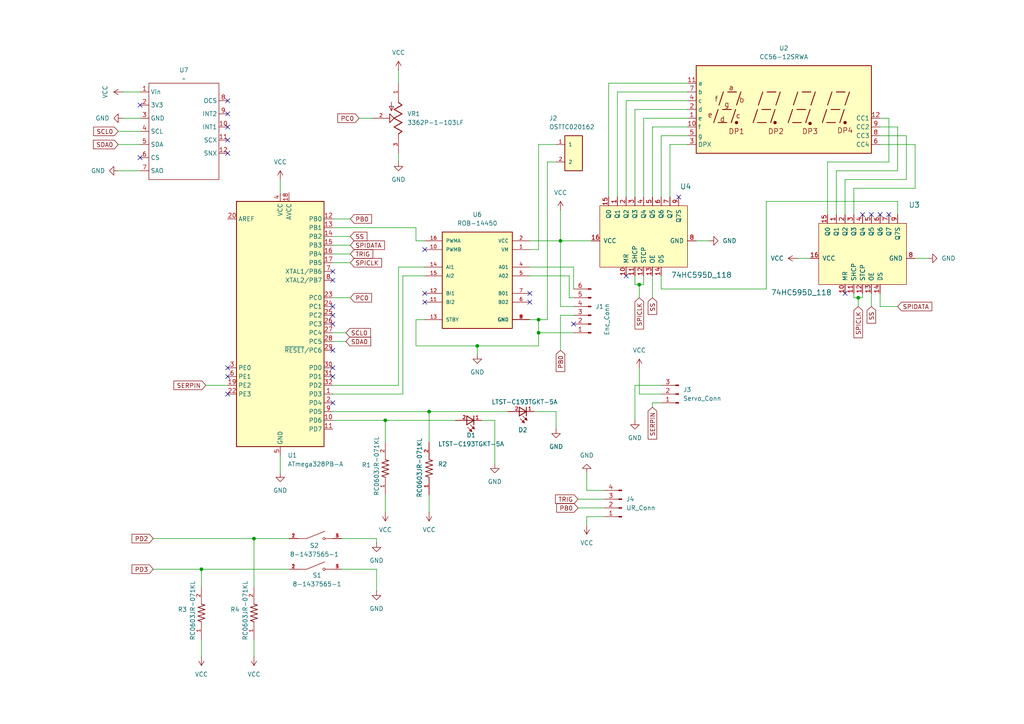
<source format=kicad_sch>
(kicad_sch (version 20250114) (generator "eeschema") (generator_version "9.0")
  (paper "A4")
  (lib_symbols
    (symbol "3362P-1-103LF:3362P-1-103LF" (pin_names (offset 1.016))
      (property "Reference" "VR" (at -10.1818 2.5465 0))
      (property "Value" "3362P-1-103LF" (at -10.1645 -7.6423 0))
      (symbol "3362P-1-103LF_0_0"
        (polyline (pts (xy -5.08 0) (xy -4.572 0)) (stroke (width 0.1524)))
        (polyline (pts (xy -4.699 -2.032) (xy -2.159 -2.032)) (stroke (width 0.1524)))
        (polyline (pts (xy -4.572 0) (xy -3.81 1.016)) (stroke (width 0.254)))
        (polyline (pts (xy -3.81 1.016) (xy -2.54 -1.27)) (stroke (width 0.254)))
        (polyline (pts (xy -3.429 -1.397) (xy -2.159 -2.032)) (stroke (width 0.1524)))
        (polyline (pts (xy -3.429 -2.667) (xy -3.429 -1.397)) (stroke (width 0.1524)))
        (polyline (pts (xy -2.54 -1.27) (xy -1.27 1.016)) (stroke (width 0.254)))
        (polyline (pts (xy -2.159 -2.032) (xy -3.429 -2.667)) (stroke (width 0.1524)))
        (polyline (pts (xy -1.27 1.016) (xy 0 -1.27)) (stroke (width 0.254)))
        (polyline (pts (xy -1.27 -2.54) (xy 0 -1.27)) (stroke (width 0.2032)))
        (polyline (pts (xy 0 -1.27) (xy 1.27 1.016)) (stroke (width 0.254)))
        (polyline (pts (xy 0 -1.27) (xy 1.27 -2.54)) (stroke (width 0.2032)))
        (polyline (pts (xy 1.27 1.016) (xy 2.54 -1.27)) (stroke (width 0.254)))
        (polyline (pts (xy 1.27 -2.54) (xy -1.27 -2.54)) (stroke (width 0.2032)))
        (polyline (pts (xy 2.54 -1.27) (xy 3.81 1.016)) (stroke (width 0.254)))
        (polyline (pts (xy 3.81 1.016) (xy 4.572 0)) (stroke (width 0.254)))
        (polyline (pts (xy 4.572 0) (xy 5.08 0)) (stroke (width 0.1524)))
        (pin passive line (at -10.16 0 0) (length 5.08) (name "~") (number "1"))
        (pin passive line (at 0 -7.62 90) (length 5.08) (name "~") (number "2"))
        (pin passive line (at 10.16 0 180) (length 5.08) (name "~") (number "3"))
      )
    )
    (symbol "8-1437565-1:8-1437565-1" (pin_names (offset 1.016))
      (property "Reference" "S" (at -2.54 2.54 0))
      (property "Value" "8-1437565-1" (at -2.54 -2.54 0))
      (symbol "8-1437565-1_0_0"
        (polyline (pts (xy -2.54 0) (xy -5.08 0)) (stroke (width 0.1524)))
        (polyline (pts (xy -2.54 0) (xy 2.794 2.1336)) (stroke (width 0.1524)))
        (circle (center 2.54 0) (radius 0.3302) (stroke (width 0.1524)))
        (polyline (pts (xy 5.08 0) (xy 2.921 0)) (stroke (width 0.1524)))
        (pin passive line (at -7.62 0 0) (length 2.54) (name "~") (number "1"))
        (pin passive line (at -7.62 0 0) (length 2.54) (name "~") (number "2"))
        (pin passive line (at 7.62 0 180) (length 2.54) (name "~") (number "3"))
        (pin passive line (at 7.62 0 180) (length 2.54) (name "~") (number "4"))
      )
    )
    (symbol "BMI160:BMI160"
      (property "Reference" "U" (at 0 2.794 0))
      (symbol "BMI160_0_1"
        (polyline (pts (xy -1.27 -1.27) (xy -10.16 -1.27) (xy -10.16 -29.21) (xy 10.16 -29.21) (xy 10.16 -1.27) (xy -1.27 -1.27)))
      )
      (symbol "BMI160_1_0"
        (pin power_in line (at -12.7 -3.81 0) (length 2.54) (name "Vin") (number "1"))
      )
      (symbol "BMI160_1_1"
        (pin power_in line (at -12.7 -7.62 0) (length 2.54) (name "3V3") (number "2"))
        (pin power_in line (at -12.7 -11.43 0) (length 2.54) (name "GND") (number "3"))
        (pin input line (at -12.7 -15.24 0) (length 2.54) (name "SCL") (number "4"))
        (pin bidirectional line (at -12.7 -19.05 0) (length 2.54) (name "SDA") (number "5"))
        (pin input line (at -12.7 -22.86 0) (length 2.54) (name "CS") (number "6"))
        (pin bidirectional line (at -12.7 -26.67 0) (length 2.54) (name "SAO") (number "7"))
        (pin input line (at 12.7 -6.35 180) (length 2.54) (name "OCS") (number "8"))
        (pin bidirectional line (at 12.7 -10.16 180) (length 2.54) (name "INT2") (number "9"))
        (pin bidirectional line (at 12.7 -13.97 180) (length 2.54) (name "INT1") (number "10"))
        (pin input line (at 12.7 -17.78 180) (length 2.54) (name "SCX") (number "11"))
        (pin bidirectional line (at 12.7 -21.59 180) (length 2.54) (name "SNX") (number "12"))
      )
    )
    (symbol "Connector:Conn_01x03_Pin" (pin_names (offset 1.016) (hide yes))
      (property "Reference" "J" (at 0 5.08 0))
      (property "Value" "Conn_01x03_Pin" (at 0 -5.08 0))
      (symbol "Conn_01x03_Pin_1_1"
        (rectangle (start 0.8636 2.667) (end 0 2.413) (stroke (width 0.1524)) (fill (type outline)))
        (rectangle (start 0.8636 0.127) (end 0 -0.127) (stroke (width 0.1524)) (fill (type outline)))
        (rectangle (start 0.8636 -2.413) (end 0 -2.667) (stroke (width 0.1524)) (fill (type outline)))
        (polyline (pts (xy 1.27 2.54) (xy 0.8636 2.54)) (stroke (width 0.1524)))
        (polyline (pts (xy 1.27 0) (xy 0.8636 0)) (stroke (width 0.1524)))
        (polyline (pts (xy 1.27 -2.54) (xy 0.8636 -2.54)) (stroke (width 0.1524)))
        (pin passive line (at 5.08 2.54 180) (length 3.81) (name "Pin_1") (number "1"))
        (pin passive line (at 5.08 0 180) (length 3.81) (name "Pin_2") (number "2"))
        (pin passive line (at 5.08 -2.54 180) (length 3.81) (name "Pin_3") (number "3"))
      )
    )
    (symbol "Connector:Conn_01x04_Pin" (pin_names (offset 1.016) (hide yes))
      (property "Reference" "J" (at 0 5.08 0))
      (property "Value" "Conn_01x04_Pin" (at 0 -7.62 0))
      (symbol "Conn_01x04_Pin_1_1"
        (rectangle (start 0.8636 2.667) (end 0 2.413) (stroke (width 0.1524)) (fill (type outline)))
        (rectangle (start 0.8636 0.127) (end 0 -0.127) (stroke (width 0.1524)) (fill (type outline)))
        (rectangle (start 0.8636 -2.413) (end 0 -2.667) (stroke (width 0.1524)) (fill (type outline)))
        (rectangle (start 0.8636 -4.953) (end 0 -5.207) (stroke (width 0.1524)) (fill (type outline)))
        (polyline (pts (xy 1.27 2.54) (xy 0.8636 2.54)) (stroke (width 0.1524)))
        (polyline (pts (xy 1.27 0) (xy 0.8636 0)) (stroke (width 0.1524)))
        (polyline (pts (xy 1.27 -2.54) (xy 0.8636 -2.54)) (stroke (width 0.1524)))
        (polyline (pts (xy 1.27 -5.08) (xy 0.8636 -5.08)) (stroke (width 0.1524)))
        (pin passive line (at 5.08 2.54 180) (length 3.81) (name "Pin_1") (number "1"))
        (pin passive line (at 5.08 0 180) (length 3.81) (name "Pin_2") (number "2"))
        (pin passive line (at 5.08 -2.54 180) (length 3.81) (name "Pin_3") (number "3"))
        (pin passive line (at 5.08 -5.08 180) (length 3.81) (name "Pin_4") (number "4"))
      )
    )
    (symbol "Connector:Conn_01x06_Pin" (pin_names (offset 1.016) (hide yes))
      (property "Reference" "J" (at 0 7.62 0))
      (property "Value" "Conn_01x06_Pin" (at 0 -10.16 0))
      (symbol "Conn_01x06_Pin_1_1"
        (rectangle (start 0.8636 5.207) (end 0 4.953) (stroke (width 0.1524)) (fill (type outline)))
        (rectangle (start 0.8636 2.667) (end 0 2.413) (stroke (width 0.1524)) (fill (type outline)))
        (rectangle (start 0.8636 0.127) (end 0 -0.127) (stroke (width 0.1524)) (fill (type outline)))
        (rectangle (start 0.8636 -2.413) (end 0 -2.667) (stroke (width 0.1524)) (fill (type outline)))
        (rectangle (start 0.8636 -4.953) (end 0 -5.207) (stroke (width 0.1524)) (fill (type outline)))
        (rectangle (start 0.8636 -7.493) (end 0 -7.747) (stroke (width 0.1524)) (fill (type outline)))
        (polyline (pts (xy 1.27 5.08) (xy 0.8636 5.08)) (stroke (width 0.1524)))
        (polyline (pts (xy 1.27 2.54) (xy 0.8636 2.54)) (stroke (width 0.1524)))
        (polyline (pts (xy 1.27 0) (xy 0.8636 0)) (stroke (width 0.1524)))
        (polyline (pts (xy 1.27 -2.54) (xy 0.8636 -2.54)) (stroke (width 0.1524)))
        (polyline (pts (xy 1.27 -5.08) (xy 0.8636 -5.08)) (stroke (width 0.1524)))
        (polyline (pts (xy 1.27 -7.62) (xy 0.8636 -7.62)) (stroke (width 0.1524)))
        (pin passive line (at 5.08 5.08 180) (length 3.81) (name "Pin_1") (number "1"))
        (pin passive line (at 5.08 2.54 180) (length 3.81) (name "Pin_2") (number "2"))
        (pin passive line (at 5.08 0 180) (length 3.81) (name "Pin_3") (number "3"))
        (pin passive line (at 5.08 -2.54 180) (length 3.81) (name "Pin_4") (number "4"))
        (pin passive line (at 5.08 -5.08 180) (length 3.81) (name "Pin_5") (number "5"))
        (pin passive line (at 5.08 -7.62 180) (length 3.81) (name "Pin_6") (number "6"))
      )
    )
    (symbol "Display_Character:CC56-12SRWA"
      (property "Reference" "U" (at -24.13 13.97 0))
      (property "Value" "CC56-12SRWA" (at 17.78 13.97 0))
      (symbol "CC56-12SRWA_0_0"
        (rectangle (start -25.4 12.7) (end 25.4 -12.7) (stroke (width 0.254)) (fill (type background)))
        (polyline (pts (xy -20.32 -3.81) (xy -19.05 0)) (stroke (width 0.254)))
        (polyline (pts (xy -19.05 -3.81) (xy -16.51 -3.81)) (stroke (width 0.254)))
        (polyline (pts (xy -18.796 1.27) (xy -17.526 5.08)) (stroke (width 0.254)))
        (polyline (pts (xy -17.78 0) (xy -15.24 0)) (stroke (width 0.254)))
        (polyline (pts (xy -16.256 5.08) (xy -13.716 5.08)) (stroke (width 0.254)))
        (polyline (pts (xy -15.24 -3.81) (xy -13.97 0)) (stroke (width 0.254)))
        (polyline (pts (xy -13.716 1.27) (xy -12.446 5.08)) (stroke (width 0.254)))
        (polyline (pts (xy -8.89 -3.81) (xy -7.62 0)) (stroke (width 0.254)))
        (polyline (pts (xy -7.62 -3.81) (xy -5.08 -3.81)) (stroke (width 0.254)))
        (polyline (pts (xy -7.366 1.27) (xy -6.096 5.08)) (stroke (width 0.254)))
        (polyline (pts (xy -6.35 0) (xy -3.81 0)) (stroke (width 0.254)))
        (polyline (pts (xy -4.826 5.08) (xy -2.286 5.08)) (stroke (width 0.254)))
        (polyline (pts (xy -3.81 -3.81) (xy -2.54 0)) (stroke (width 0.254)))
        (polyline (pts (xy -2.286 1.27) (xy -1.016 5.08)) (stroke (width 0.254)))
        (polyline (pts (xy 1.27 -3.81) (xy 2.54 0)) (stroke (width 0.254)))
        (polyline (pts (xy 2.54 -3.81) (xy 5.08 -3.81)) (stroke (width 0.254)))
        (polyline (pts (xy 2.794 1.27) (xy 4.064 5.08)) (stroke (width 0.254)))
        (polyline (pts (xy 3.81 0) (xy 6.35 0)) (stroke (width 0.254)))
        (polyline (pts (xy 5.334 5.08) (xy 7.874 5.08)) (stroke (width 0.254)))
        (polyline (pts (xy 6.35 -3.81) (xy 7.62 0)) (stroke (width 0.254)))
        (polyline (pts (xy 7.874 1.27) (xy 9.144 5.08)) (stroke (width 0.254)))
        (polyline (pts (xy 11.176 -3.81) (xy 12.446 0)) (stroke (width 0.254)))
        (polyline (pts (xy 12.446 -3.81) (xy 14.986 -3.81)) (stroke (width 0.254)))
        (polyline (pts (xy 12.7 1.27) (xy 13.97 5.08)) (stroke (width 0.254)))
        (polyline (pts (xy 13.716 0) (xy 16.256 0)) (stroke (width 0.254)))
        (polyline (pts (xy 15.24 5.08) (xy 17.78 5.08)) (stroke (width 0.254)))
        (polyline (pts (xy 16.256 -3.81) (xy 17.526 0)) (stroke (width 0.254)))
        (polyline (pts (xy 17.78 1.27) (xy 19.05 5.08)) (stroke (width 0.254)))
        (text "e" (at -21.336 -1.524 0) (effects (font (size 1.524 1.524))))
        (text "f" (at -19.558 3.048 0) (effects (font (size 1.524 1.524))))
        (text "d" (at -17.78 -2.794 0) (effects (font (size 1.524 1.524))))
        (text "g" (at -16.51 1.524 0) (effects (font (size 1.524 1.524))))
        (text "a" (at -15.24 6.35 0) (effects (font (size 1.524 1.524))))
        (text "DP1" (at -13.716 -6.35 0) (effects (font (size 1.524 1.524))))
        (text "c" (at -13.208 -1.778 0) (effects (font (size 1.524 1.524))))
        (text "b" (at -12.192 2.794 0) (effects (font (size 1.524 1.524))))
        (text "DP2" (at -2.286 -6.35 0) (effects (font (size 1.524 1.524))))
        (text "DP3" (at 7.62 -6.35 0) (effects (font (size 1.524 1.524))))
        (text "DP4" (at 17.78 -6.096 0) (effects (font (size 1.524 1.524))))
      )
      (symbol "CC56-12SRWA_0_1"
        (circle (center -13.716 -3.81) (radius 0.3556) (stroke (width 0.254)) (fill (type outline)))
        (circle (center -2.54 -3.81) (radius 0.3556) (stroke (width 0.254)) (fill (type outline)))
      )
      (symbol "CC56-12SRWA_1_0"
        (circle (center 7.62 -4.064) (radius 0.3556) (stroke (width 0.254)) (fill (type outline)))
        (circle (center 17.78 -3.81) (radius 0.3556) (stroke (width 0.254)) (fill (type outline)))
      )
      (symbol "CC56-12SRWA_1_1"
        (pin input line (at -27.94 7.62 0) (length 2.54) (name "a") (number "11"))
        (pin input line (at -27.94 5.08 0) (length 2.54) (name "b") (number "7"))
        (pin input line (at -27.94 2.54 0) (length 2.54) (name "c") (number "4"))
        (pin input line (at -27.94 0 0) (length 2.54) (name "d") (number "2"))
        (pin input line (at -27.94 -2.54 0) (length 2.54) (name "e") (number "1"))
        (pin input line (at -27.94 -5.08 0) (length 2.54) (name "f") (number "10"))
        (pin input line (at -27.94 -7.62 0) (length 2.54) (name "g") (number "5"))
        (pin input line (at -27.94 -10.16 0) (length 2.54) (name "DPX") (number "3"))
        (pin input line (at 27.94 -2.54 180) (length 2.54) (name "CC1") (number "12"))
        (pin input line (at 27.94 -5.08 180) (length 2.54) (name "CC2") (number "9"))
        (pin input line (at 27.94 -7.62 180) (length 2.54) (name "CC3") (number "8"))
        (pin input line (at 27.94 -10.16 180) (length 2.54) (name "CC4") (number "6"))
      )
    )
    (symbol "LTST-C193TGKT-5A:LTST-C193TGKT-5A" (pin_names (offset 1.016))
      (property "Reference" "D" (at 2.5462 2.5462 0))
      (property "Value" "LTST-C193TGKT-5A" (at 2.5467 0 0))
      (symbol "LTST-C193TGKT-5A_0_0"
        (polyline (pts (xy -3.048 1.016) (xy -3.302 0.254) (xy -2.54 0.508) (xy -3.048 1.016)) (stroke (width 0.1524)) (fill (type outline)))
        (polyline (pts (xy -2.286 0.254) (xy -2.54 -0.508) (xy -1.778 -0.254) (xy -2.286 0.254)) (stroke (width 0.1524)) (fill (type outline)))
        (polyline (pts (xy -2.032 1.524) (xy -2.921 0.635)) (stroke (width 0.1524)))
        (polyline (pts (xy -1.27 0.762) (xy -2.159 -0.127)) (stroke (width 0.1524)))
        (polyline (pts (xy 0 -0.254) (xy -1.27 1.778)) (stroke (width 0.254)))
        (polyline (pts (xy 0 -0.254) (xy -1.27 -0.254)) (stroke (width 0.254)))
        (polyline (pts (xy 1.27 1.778) (xy -1.27 1.778)) (stroke (width 0.254)))
        (polyline (pts (xy 1.27 1.778) (xy 0 -0.254)) (stroke (width 0.254)))
        (polyline (pts (xy 1.27 -0.254) (xy 0 -0.254)) (stroke (width 0.254)))
        (pin passive line (at 0 5.08 270) (length 5.08) (name "~") (number "2"))
        (pin passive line (at 0 -2.54 90) (length 2.54) (name "~") (number "1"))
      )
    )
    (symbol "MCU_Microchip_ATmega:ATmega328PB-A"
      (property "Reference" "U" (at -12.7 36.83 0))
      (property "Value" "ATmega328PB-A" (at 2.54 -36.83 0))
      (symbol "ATmega328PB-A_0_1"
        (rectangle (start -12.7 -35.56) (end 12.7 35.56) (stroke (width 0.254)) (fill (type background)))
      )
      (symbol "ATmega328PB-A_1_1"
        (pin passive line (at -15.24 30.48 0) (length 2.54) (name "AREF") (number "20"))
        (pin bidirectional line (at -15.24 -12.7 0) (length 2.54) (name "PE0") (number "3"))
        (pin bidirectional line (at -15.24 -15.24 0) (length 2.54) (name "PE1") (number "6"))
        (pin bidirectional line (at -15.24 -17.78 0) (length 2.54) (name "PE2") (number "19"))
        (pin bidirectional line (at -15.24 -20.32 0) (length 2.54) (name "PE3") (number "22"))
        (pin power_in line (at 0 38.1 270) (length 2.54) (name "VCC") (number "4"))
        (pin passive line (at 0 -38.1 90) (length 2.54) (hide yes) (name "GND") (number "21"))
        (pin power_in line (at 0 -38.1 90) (length 2.54) (name "GND") (number "5"))
        (pin power_in line (at 2.54 38.1 270) (length 2.54) (name "AVCC") (number "18"))
        (pin bidirectional line (at 15.24 30.48 180) (length 2.54) (name "PB0") (number "12"))
        (pin bidirectional line (at 15.24 27.94 180) (length 2.54) (name "PB1") (number "13"))
        (pin bidirectional line (at 15.24 25.4 180) (length 2.54) (name "PB2") (number "14"))
        (pin bidirectional line (at 15.24 22.86 180) (length 2.54) (name "PB3") (number "15"))
        (pin bidirectional line (at 15.24 20.32 180) (length 2.54) (name "PB4") (number "16"))
        (pin bidirectional line (at 15.24 17.78 180) (length 2.54) (name "PB5") (number "17"))
        (pin bidirectional line (at 15.24 15.24 180) (length 2.54) (name "XTAL1/PB6") (number "7"))
        (pin bidirectional line (at 15.24 12.7 180) (length 2.54) (name "XTAL2/PB7") (number "8"))
        (pin bidirectional line (at 15.24 7.62 180) (length 2.54) (name "PC0") (number "23"))
        (pin bidirectional line (at 15.24 5.08 180) (length 2.54) (name "PC1") (number "24"))
        (pin bidirectional line (at 15.24 2.54 180) (length 2.54) (name "PC2") (number "25"))
        (pin bidirectional line (at 15.24 0 180) (length 2.54) (name "PC3") (number "26"))
        (pin bidirectional line (at 15.24 -2.54 180) (length 2.54) (name "PC4") (number "27"))
        (pin bidirectional line (at 15.24 -5.08 180) (length 2.54) (name "PC5") (number "28"))
        (pin bidirectional line (at 15.24 -7.62 180) (length 2.54) (name "~{RESET}/PC6") (number "29"))
        (pin bidirectional line (at 15.24 -12.7 180) (length 2.54) (name "PD0") (number "30"))
        (pin bidirectional line (at 15.24 -15.24 180) (length 2.54) (name "PD1") (number "31"))
        (pin bidirectional line (at 15.24 -17.78 180) (length 2.54) (name "PD2") (number "32"))
        (pin bidirectional line (at 15.24 -20.32 180) (length 2.54) (name "PD3") (number "1"))
        (pin bidirectional line (at 15.24 -22.86 180) (length 2.54) (name "PD4") (number "2"))
        (pin bidirectional line (at 15.24 -25.4 180) (length 2.54) (name "PD5") (number "9"))
        (pin bidirectional line (at 15.24 -27.94 180) (length 2.54) (name "PD6") (number "10"))
        (pin bidirectional line (at 15.24 -30.48 180) (length 2.54) (name "PD7") (number "11"))
      )
    )
    (symbol "OSTTC020162:OSTTC020162" (pin_names (offset 1.016))
      (property "Reference" "J" (at -5.588 6.604 0))
      (property "Value" "OSTTC020162" (at -4.572 -8.636 0))
      (symbol "OSTTC020162_0_0"
        (rectangle (start -2.54 -5.08) (end 2.54 5.08) (stroke (width 0.254)) (fill (type background)))
        (pin passive line (at -5.08 2.54 0) (length 2.54) (name "1") (number "1"))
        (pin passive line (at -5.08 -2.54 0) (length 2.54) (name "2") (number "2"))
      )
    )
    (symbol "RC0603JR-071KL:RC0603JR-071KL" (pin_names (offset 1.016))
      (property "Reference" "R" (at -3.81 1.4986 0))
      (property "Value" "RC0603JR-071KL" (at -3.81 -3.302 0))
      (symbol "RC0603JR-071KL_0_0"
        (polyline (pts (xy -2.54 0) (xy -2.159 1.016)) (stroke (width 0.2032)))
        (polyline (pts (xy -2.159 1.016) (xy -1.524 -1.016)) (stroke (width 0.2032)))
        (polyline (pts (xy -1.524 -1.016) (xy -0.889 1.016)) (stroke (width 0.2032)))
        (polyline (pts (xy -0.889 1.016) (xy -0.254 -1.016)) (stroke (width 0.2032)))
        (polyline (pts (xy -0.254 -1.016) (xy 0.381 1.016)) (stroke (width 0.2032)))
        (polyline (pts (xy 0.381 1.016) (xy 1.016 -1.016)) (stroke (width 0.2032)))
        (polyline (pts (xy 1.016 -1.016) (xy 1.651 1.016)) (stroke (width 0.2032)))
        (polyline (pts (xy 1.651 1.016) (xy 2.286 -1.016)) (stroke (width 0.2032)))
        (polyline (pts (xy 2.286 -1.016) (xy 2.54 0)) (stroke (width 0.2032)))
        (pin passive line (at -7.62 0 0) (length 5.08) (name "~") (number "1"))
        (pin passive line (at 7.62 0 180) (length 5.08) (name "~") (number "2"))
      )
    )
    (symbol "ROB-14450:ROB-14450" (pin_names (offset 1.016))
      (property "Reference" "U" (at -10.16 16.002 0))
      (property "Value" "ROB-14450" (at -10.16 -15.24 0))
      (symbol "ROB-14450_0_0"
        (rectangle (start -10.16 -12.7) (end 10.16 15.24) (stroke (width 0.254)) (fill (type background)))
        (pin input line (at -15.24 12.7 0) (length 5.08) (name "PWMA") (number "16"))
        (pin input line (at -15.24 10.16 0) (length 5.08) (name "PWMB") (number "10"))
        (pin input line (at -15.24 5.08 0) (length 5.08) (name "AI1") (number "14"))
        (pin input line (at -15.24 2.54 0) (length 5.08) (name "AI2") (number "15"))
        (pin input line (at -15.24 -2.54 0) (length 5.08) (name "BI1") (number "12"))
        (pin input line (at -15.24 -5.08 0) (length 5.08) (name "BI2") (number "11"))
        (pin input line (at -15.24 -10.16 0) (length 5.08) (name "STBY") (number "13"))
        (pin power_in line (at 15.24 12.7 180) (length 5.08) (name "VCC") (number "2"))
        (pin power_in line (at 15.24 10.16 180) (length 5.08) (name "VM") (number "1"))
        (pin output line (at 15.24 5.08 180) (length 5.08) (name "A01") (number "4"))
        (pin output line (at 15.24 2.54 180) (length 5.08) (name "A02") (number "5"))
        (pin output line (at 15.24 -2.54 180) (length 5.08) (name "B01") (number "7"))
        (pin output line (at 15.24 -5.08 180) (length 5.08) (name "B02") (number "6"))
        (pin power_in line (at 15.24 -10.16 180) (length 5.08) (name "GND") (number "3"))
        (pin power_in line (at 15.24 -10.16 180) (length 5.08) (name "GND") (number "8"))
        (pin power_in line (at 15.24 -10.16 180) (length 5.08) (name "GND") (number "9"))
      )
    )
    (symbol "dk_Logic-Shift-Registers:74HC595D_118" (pin_names (offset 1.016))
      (property "Reference" "U" (at -7.5438 0.9652 0))
      (property "Value" "74HC595D_118" (at 2.54 -12.7 90))
      (symbol "74HC595D_118_0_1"
        (rectangle (start -7.62 0) (end 10.16 -25.4) (fill (type background)))
      )
      (symbol "74HC595D_118_1_1"
        (pin input line (at -10.16 -7.62 0) (length 2.54) (name "MR") (number "10"))
        (pin input line (at -10.16 -10.16 0) (length 2.54) (name "SHCP") (number "11"))
        (pin input line (at -10.16 -12.7 0) (length 2.54) (name "STCP") (number "12"))
        (pin input line (at -10.16 -15.24 0) (length 2.54) (name "OE") (number "13"))
        (pin input line (at -10.16 -17.78 0) (length 2.54) (name "DS") (number "14"))
        (pin power_in line (at 0 2.54 270) (length 2.54) (name "VCC") (number "16"))
        (pin power_in line (at 0 -27.94 90) (length 2.54) (name "GND") (number "8"))
        (pin output line (at 12.7 -2.54 180) (length 2.54) (name "Q0") (number "15"))
        (pin output line (at 12.7 -5.08 180) (length 2.54) (name "Q1") (number "1"))
        (pin output line (at 12.7 -7.62 180) (length 2.54) (name "Q2") (number "2"))
        (pin output line (at 12.7 -10.16 180) (length 2.54) (name "Q3") (number "3"))
        (pin output line (at 12.7 -12.7 180) (length 2.54) (name "Q4") (number "4"))
        (pin output line (at 12.7 -15.24 180) (length 2.54) (name "Q5") (number "5"))
        (pin output line (at 12.7 -17.78 180) (length 2.54) (name "Q6") (number "6"))
        (pin output line (at 12.7 -20.32 180) (length 2.54) (name "Q7") (number "7"))
        (pin output line (at 12.7 -22.86 180) (length 2.54) (name "Q7S") (number "9"))
      )
    )
    (symbol "power:GND" (power) (pin_numbers (hide yes)) (pin_names (offset 0) (hide yes))
      (property "Value" "GND" (at 0 -3.81 0))
      (symbol "GND_0_1"
        (polyline (pts (xy 0 0) (xy 0 -1.27) (xy 1.27 -1.27) (xy 0 -2.54) (xy -1.27 -1.27) (xy 0 -1.27)))
      )
      (symbol "GND_1_1"
        (pin power_in line (at 0 0 270) (length 0) (name "~") (number "1"))
      )
    )
    (symbol "power:VCC" (power) (pin_numbers (hide yes)) (pin_names (offset 0) (hide yes))
      (property "Value" "VCC" (at 0 3.556 0))
      (symbol "VCC_0_1"
        (polyline (pts (xy -0.762 1.27) (xy 0 2.54)))
        (polyline (pts (xy 0 2.54) (xy 0.762 1.27)))
        (polyline (pts (xy 0 0) (xy 0 2.54)))
      )
      (symbol "VCC_1_1"
        (pin power_in line (at 0 0 90) (length 0) (name "~") (number "1"))
      )
    )
  )
  (junction (at 156.21 96.52))
  (junction (at 248.92 86.36))
  (junction (at 185.42 82.55))
  (junction (at 73.66 156.21))
  (junction (at 58.42 165.1))
  (junction (at 162.56 69.85))
  (junction (at 138.43 100.33))
  (junction (at 156.21 92.71))
  (junction (at 124.46 119.38))
  (junction (at 111.76 121.92))
  (no_connect (at 96.52 91.44))
  (no_connect (at 96.52 93.98))
  (no_connect (at 96.52 88.9))
  (no_connect (at 96.52 101.6))
  (no_connect (at 96.52 78.74))
  (no_connect (at 66.04 36.83))
  (no_connect (at 66.04 114.3))
  (no_connect (at 40.64 45.72))
  (no_connect (at 96.52 116.84))
  (no_connect (at 40.64 30.48))
  (no_connect (at 66.04 106.68))
  (no_connect (at 250.19 62.23))
  (no_connect (at 123.19 87.63))
  (no_connect (at 153.67 85.09))
  (no_connect (at 66.04 40.64))
  (no_connect (at 196.85 57.15))
  (no_connect (at 66.04 33.02))
  (no_connect (at 66.04 44.45))
  (no_connect (at 245.11 85.09))
  (no_connect (at 66.04 29.21))
  (no_connect (at 166.37 93.98))
  (no_connect (at 153.67 87.63))
  (no_connect (at 96.52 106.68))
  (no_connect (at 123.19 85.09))
  (no_connect (at 96.52 81.28))
  (no_connect (at 66.04 109.22))
  (no_connect (at 123.19 72.39))
  (no_connect (at 252.73 62.23))
  (no_connect (at 96.52 109.22))
  (no_connect (at 257.81 62.23))
  (no_connect (at 255.27 62.23))
  (no_connect (at 181.61 80.01))
  (wire (pts (xy 158.75 92.71) (xy 156.21 92.71)))
  (wire (pts (xy 81.28 52.07) (xy 81.28 55.88)))
  (wire (pts (xy 120.65 92.71) (xy 120.65 100.33)))
  (wire (pts (xy 222.25 83.82) (xy 222.25 58.42)))
  (wire (pts (xy 35.56 26.67) (xy 40.64 26.67)))
  (wire (pts (xy 191.77 114.3) (xy 185.42 114.3)))
  (wire (pts (xy 175.26 142.24) (xy 170.18 142.24)))
  (wire (pts (xy 248.92 86.36) (xy 248.92 88.9)))
  (wire (pts (xy 156.21 92.71) (xy 153.67 92.71)))
  (wire (pts (xy 104.14 34.29) (xy 107.95 34.29)))
  (wire (pts (xy 116.84 114.3) (xy 96.52 114.3)))
  (wire (pts (xy 191.77 111.76) (xy 184.15 111.76)))
  (wire (pts (xy 123.19 80.01) (xy 116.84 80.01)))
  (wire (pts (xy 96.52 73.66) (xy 101.6 73.66)))
  (wire (pts (xy 162.56 60.96) (xy 162.56 69.85)))
  (wire (pts (xy 162.56 69.85) (xy 171.45 69.85)))
  (wire (pts (xy 96.52 111.76) (xy 115.57 111.76)))
  (wire (pts (xy 162.56 101.6) (xy 162.56 91.44)))
  (wire (pts (xy 260.35 58.42) (xy 260.35 62.23)))
  (wire (pts (xy 222.25 58.42) (xy 260.35 58.42)))
  (wire (pts (xy 179.07 26.67) (xy 179.07 57.15)))
  (wire (pts (xy 257.81 46.99) (xy 257.81 34.29)))
  (wire (pts (xy 201.93 69.85) (xy 205.74 69.85)))
  (wire (pts (xy 166.37 86.36) (xy 165.1 86.36)))
  (wire (pts (xy 162.56 91.44) (xy 166.37 91.44)))
  (wire (pts (xy 111.76 143.51) (xy 111.76 148.59)))
  (wire (pts (xy 185.42 82.55) (xy 185.42 86.36)))
  (wire (pts (xy 115.57 77.47) (xy 123.19 77.47)))
  (wire (pts (xy 175.26 149.86) (xy 170.18 149.86)))
  (wire (pts (xy 34.29 41.91) (xy 40.64 41.91)))
  (wire (pts (xy 96.52 63.5) (xy 101.6 63.5)))
  (wire (pts (xy 165.1 86.36) (xy 165.1 80.01)))
  (wire (pts (xy 179.07 26.67) (xy 199.39 26.67)))
  (wire (pts (xy 240.03 46.99) (xy 257.81 46.99)))
  (wire (pts (xy 189.23 116.84) (xy 191.77 116.84)))
  (wire (pts (xy 44.45 156.21) (xy 73.66 156.21)))
  (wire (pts (xy 109.22 165.1) (xy 99.06 165.1)))
  (wire (pts (xy 96.52 119.38) (xy 124.46 119.38)))
  (wire (pts (xy 96.52 99.06) (xy 100.33 99.06)))
  (wire (pts (xy 96.52 86.36) (xy 101.6 86.36)))
  (wire (pts (xy 199.39 39.37) (xy 191.77 39.37)))
  (wire (pts (xy 58.42 185.42) (xy 58.42 190.5)))
  (wire (pts (xy 158.75 46.99) (xy 158.75 92.71)))
  (wire (pts (xy 58.42 165.1) (xy 83.82 165.1)))
  (wire (pts (xy 96.52 76.2) (xy 101.6 76.2)))
  (wire (pts (xy 184.15 82.55) (xy 185.42 82.55)))
  (wire (pts (xy 153.67 72.39) (xy 156.21 72.39)))
  (wire (pts (xy 252.73 85.09) (xy 252.73 88.9)))
  (wire (pts (xy 189.23 118.11) (xy 189.23 116.84)))
  (wire (pts (xy 185.42 114.3) (xy 185.42 106.68)))
  (wire (pts (xy 116.84 80.01) (xy 116.84 114.3)))
  (wire (pts (xy 109.22 157.48) (xy 109.22 156.21)))
  (wire (pts (xy 242.57 49.53) (xy 242.57 62.23)))
  (wire (pts (xy 73.66 156.21) (xy 73.66 170.18)))
  (wire (pts (xy 185.42 82.55) (xy 186.69 82.55)))
  (wire (pts (xy 189.23 80.01) (xy 189.23 86.36)))
  (wire (pts (xy 184.15 111.76) (xy 184.15 121.92)))
  (wire (pts (xy 132.08 121.92) (xy 111.76 121.92)))
  (wire (pts (xy 189.23 36.83) (xy 199.39 36.83)))
  (wire (pts (xy 167.64 144.78) (xy 175.26 144.78)))
  (wire (pts (xy 176.53 57.15) (xy 176.53 24.13)))
  (wire (pts (xy 138.43 100.33) (xy 156.21 100.33)))
  (wire (pts (xy 120.65 69.85) (xy 123.19 69.85)))
  (wire (pts (xy 143.51 121.92) (xy 143.51 134.62)))
  (wire (pts (xy 96.52 71.12) (xy 101.6 71.12)))
  (wire (pts (xy 176.53 24.13) (xy 199.39 24.13)))
  (wire (pts (xy 240.03 62.23) (xy 240.03 46.99)))
  (wire (pts (xy 34.29 49.53) (xy 40.64 49.53)))
  (wire (pts (xy 156.21 96.52) (xy 166.37 96.52)))
  (wire (pts (xy 161.29 119.38) (xy 161.29 124.46)))
  (wire (pts (xy 262.89 39.37) (xy 255.27 39.37)))
  (wire (pts (xy 96.52 68.58) (xy 101.6 68.58)))
  (wire (pts (xy 181.61 29.21) (xy 199.39 29.21)))
  (wire (pts (xy 123.19 92.71) (xy 120.65 92.71)))
  (wire (pts (xy 247.65 85.09) (xy 247.65 86.36)))
  (wire (pts (xy 265.43 54.61) (xy 247.65 54.61)))
  (wire (pts (xy 191.77 83.82) (xy 222.25 83.82)))
  (wire (pts (xy 156.21 100.33) (xy 156.21 96.52)))
  (wire (pts (xy 255.27 85.09) (xy 255.27 88.9)))
  (wire (pts (xy 162.56 88.9) (xy 162.56 69.85)))
  (wire (pts (xy 186.69 34.29) (xy 199.39 34.29)))
  (wire (pts (xy 247.65 86.36) (xy 248.92 86.36)))
  (wire (pts (xy 165.1 80.01) (xy 153.67 80.01)))
  (wire (pts (xy 260.35 88.9) (xy 255.27 88.9)))
  (wire (pts (xy 81.28 132.08) (xy 81.28 137.16)))
  (wire (pts (xy 96.52 96.52) (xy 100.33 96.52)))
  (wire (pts (xy 191.77 80.01) (xy 191.77 83.82)))
  (wire (pts (xy 154.94 119.38) (xy 161.29 119.38)))
  (wire (pts (xy 255.27 36.83) (xy 260.35 36.83)))
  (wire (pts (xy 186.69 82.55) (xy 186.69 80.01)))
  (wire (pts (xy 245.11 62.23) (xy 245.11 52.07)))
  (wire (pts (xy 124.46 143.51) (xy 124.46 148.59)))
  (wire (pts (xy 96.52 121.92) (xy 111.76 121.92)))
  (wire (pts (xy 156.21 41.91) (xy 161.29 41.91)))
  (wire (pts (xy 181.61 57.15) (xy 181.61 29.21)))
  (wire (pts (xy 120.65 66.04) (xy 120.65 69.85)))
  (wire (pts (xy 166.37 88.9) (xy 162.56 88.9)))
  (wire (pts (xy 265.43 41.91) (xy 265.43 54.61)))
  (wire (pts (xy 255.27 41.91) (xy 265.43 41.91)))
  (wire (pts (xy 115.57 44.45) (xy 115.57 46.99)))
  (wire (pts (xy 156.21 96.52) (xy 156.21 92.71)))
  (wire (pts (xy 189.23 57.15) (xy 189.23 36.83)))
  (wire (pts (xy 138.43 100.33) (xy 138.43 102.87)))
  (wire (pts (xy 73.66 185.42) (xy 73.66 190.5)))
  (wire (pts (xy 250.19 85.09) (xy 250.19 86.36)))
  (wire (pts (xy 139.7 121.92) (xy 143.51 121.92)))
  (wire (pts (xy 58.42 165.1) (xy 44.45 165.1)))
  (wire (pts (xy 257.81 34.29) (xy 255.27 34.29)))
  (wire (pts (xy 153.67 69.85) (xy 162.56 69.85)))
  (wire (pts (xy 35.56 34.29) (xy 40.64 34.29)))
  (wire (pts (xy 109.22 171.45) (xy 109.22 165.1)))
  (wire (pts (xy 156.21 72.39) (xy 156.21 41.91)))
  (wire (pts (xy 111.76 121.92) (xy 111.76 128.27)))
  (wire (pts (xy 166.37 77.47) (xy 166.37 83.82)))
  (wire (pts (xy 124.46 119.38) (xy 124.46 128.27)))
  (wire (pts (xy 115.57 111.76) (xy 115.57 77.47)))
  (wire (pts (xy 194.31 57.15) (xy 194.31 41.91)))
  (wire (pts (xy 247.65 54.61) (xy 247.65 62.23)))
  (wire (pts (xy 260.35 49.53) (xy 242.57 49.53)))
  (wire (pts (xy 115.57 20.32) (xy 115.57 24.13)))
  (wire (pts (xy 262.89 52.07) (xy 262.89 39.37)))
  (wire (pts (xy 34.29 38.1) (xy 40.64 38.1)))
  (wire (pts (xy 73.66 156.21) (xy 83.82 156.21)))
  (wire (pts (xy 124.46 119.38) (xy 147.32 119.38)))
  (wire (pts (xy 153.67 77.47) (xy 166.37 77.47)))
  (wire (pts (xy 184.15 31.75) (xy 184.15 57.15)))
  (wire (pts (xy 191.77 39.37) (xy 191.77 57.15)))
  (wire (pts (xy 184.15 31.75) (xy 199.39 31.75)))
  (wire (pts (xy 186.69 34.29) (xy 186.69 57.15)))
  (wire (pts (xy 167.64 147.32) (xy 175.26 147.32)))
  (wire (pts (xy 265.43 74.93) (xy 269.24 74.93)))
  (wire (pts (xy 99.06 156.21) (xy 109.22 156.21)))
  (wire (pts (xy 260.35 36.83) (xy 260.35 49.53)))
  (wire (pts (xy 120.65 66.04) (xy 96.52 66.04)))
  (wire (pts (xy 231.14 74.93) (xy 234.95 74.93)))
  (wire (pts (xy 161.29 46.99) (xy 158.75 46.99)))
  (wire (pts (xy 194.31 41.91) (xy 199.39 41.91)))
  (wire (pts (xy 248.92 86.36) (xy 250.19 86.36)))
  (wire (pts (xy 170.18 149.86) (xy 170.18 152.4)))
  (wire (pts (xy 245.11 52.07) (xy 262.89 52.07)))
  (wire (pts (xy 184.15 80.01) (xy 184.15 82.55)))
  (wire (pts (xy 120.65 100.33) (xy 138.43 100.33)))
  (wire (pts (xy 59.69 111.76) (xy 66.04 111.76)))
  (wire (pts (xy 58.42 170.18) (xy 58.42 165.1)))
  (wire (pts (xy 170.18 142.24) (xy 170.18 137.16)))
  (global_label "SS" (shape input) (at 252.73 88.9 270) (property "Intersheetrefs" "${INTERSHEET_REFS}" (effects (hide yes))))
  (global_label "SDA0" (shape input) (at 100.33 99.06 0) (property "Intersheetrefs" "${INTERSHEET_REFS}" (effects (hide yes))))
  (global_label "SCL0" (shape input) (at 34.29 38.1 180) (property "Intersheetrefs" "${INTERSHEET_REFS}" (effects (hide yes))))
  (global_label "PD2" (shape input) (at 44.45 156.21 180) (property "Intersheetrefs" "${INTERSHEET_REFS}" (effects (hide yes))))
  (global_label "SS" (shape input) (at 101.6 68.58 0) (property "Intersheetrefs" "${INTERSHEET_REFS}" (effects (hide yes))))
  (global_label "PC0" (shape input) (at 104.14 34.29 180) (property "Intersheetrefs" "${INTERSHEET_REFS}" (effects (hide yes))))
  (global_label "SERPIN" (shape input) (at 189.23 118.11 270) (property "Intersheetrefs" "${INTERSHEET_REFS}" (effects (hide yes))))
  (global_label "SPICLK" (shape input) (at 101.6 76.2 0) (property "Intersheetrefs" "${INTERSHEET_REFS}" (effects (hide yes))))
  (global_label "SERPIN" (shape input) (at 59.69 111.76 180) (property "Intersheetrefs" "${INTERSHEET_REFS}" (effects (hide yes))))
  (global_label "PD3" (shape input) (at 44.45 165.1 180) (property "Intersheetrefs" "${INTERSHEET_REFS}" (effects (hide yes))))
  (global_label "SDA0" (shape input) (at 34.29 41.91 180) (property "Intersheetrefs" "${INTERSHEET_REFS}" (effects (hide yes))))
  (global_label "TRIG" (shape input) (at 167.64 144.78 180) (property "Intersheetrefs" "${INTERSHEET_REFS}" (effects (hide yes))))
  (global_label "SCL0" (shape input) (at 100.33 96.52 0) (property "Intersheetrefs" "${INTERSHEET_REFS}" (effects (hide yes))))
  (global_label "SPIDATA" (shape input) (at 101.6 71.12 0) (property "Intersheetrefs" "${INTERSHEET_REFS}" (effects (hide yes))))
  (global_label "PB0" (shape input) (at 162.56 101.6 270) (property "Intersheetrefs" "${INTERSHEET_REFS}" (effects (hide yes))))
  (global_label "TRIG" (shape input) (at 101.6 73.66 0) (property "Intersheetrefs" "${INTERSHEET_REFS}" (effects (hide yes))))
  (global_label "PB0" (shape input) (at 167.64 147.32 180) (property "Intersheetrefs" "${INTERSHEET_REFS}" (effects (hide yes))))
  (global_label "PB0" (shape input) (at 101.6 63.5 0) (property "Intersheetrefs" "${INTERSHEET_REFS}" (effects (hide yes))))
  (global_label "PC0" (shape input) (at 101.6 86.36 0) (property "Intersheetrefs" "${INTERSHEET_REFS}" (effects (hide yes))))
  (global_label "SPICLK" (shape input) (at 248.92 88.9 270) (property "Intersheetrefs" "${INTERSHEET_REFS}" (effects (hide yes))))
  (global_label "SPICLK" (shape input) (at 185.42 86.36 270) (property "Intersheetrefs" "${INTERSHEET_REFS}" (effects (hide yes))))
  (global_label "SS" (shape input) (at 189.23 86.36 270) (property "Intersheetrefs" "${INTERSHEET_REFS}" (effects (hide yes))))
  (global_label "SPIDATA" (shape input) (at 260.35 88.9 0) (property "Intersheetrefs" "${INTERSHEET_REFS}" (effects (hide yes))))
  (symbol (lib_id "8-1437565-1:8-1437565-1") (at 91.44 165.1 0) (unit 1)
    (property "Reference" "S1" (at 91.948 166.878 0))
    (property "Value" "8-1437565-1" (at 91.948 169.418 0))
    (property "Footprint" "8-1437565-1:SW_8-1437565-1" (effects (hide yes)))
    (property "Comment" "8-1437565-1" (effects (hide yes)))
    (property "MF" "TE Connectivity" (effects (hide yes)))
    (property "MAXIMUM_PACKAGE_HEIGHT" "1.50mm" (effects (hide yes)))
    (property "Package" "None" (effects (hide yes)))
    (property "Price" "None" (effects (hide yes)))
    (property "Check_prices" "https://www.snapeda.com/parts/8-1437565-1/TE+Connectivity+ALCOSWITCH+Switches/view-part/?ref=eda" (effects (hide yes)))
    (property "STANDARD" "Manufacturer Recommendations" (effects (hide yes)))
    (property "PARTREV" "H3" (effects (hide yes)))
    (property "SnapEDA_Link" "https://www.snapeda.com/parts/8-1437565-1/TE+Connectivity+ALCOSWITCH+Switches/view-part/?ref=snap" (effects (hide yes)))
    (property "MP" "8-1437565-1" (effects (hide yes)))
    (property "Description_1" "Switch Tactile OFF (ON) SPST Round Button Gull Wing 0.05A 24VDC 1.57N SMD T/R" (effects (hide yes)))
    (property "Availability" "In Stock" (effects (hide yes)))
    (property "MANUFACTURER" "TE" (effects (hide yes)))
  )
  (symbol (lib_id "power:VCC") (at 35.56 26.67 90) (unit 1)
    (property "Reference" "#PWR022" (effects (hide yes)))
    (property "Value" "VCC" (at 30.48 26.67 0))
    (property "Description" "Power symbol creates a global label with name \"VCC\"" (effects (hide yes)))
  )
  (symbol (lib_id "3362P-1-103LF:3362P-1-103LF") (at 115.57 34.29 270) (unit 1)
    (property "Reference" "VR1" (at 118.11 33.0199 90) (effects (justify left)))
    (property "Value" "3362P-1-103LF" (at 118.11 35.5599 90) (effects (justify left)))
    (property "Footprint" "3362P-1-103LF:TRIM_3362P-1-103LF" (effects (hide yes)))
    (property "MF" "Bourns" (effects (hide yes)))
    (property "Description_1" "Trimmer, Cermet, Rest 10 Kilohms, PCB, 1 Turns, Pwr-Rtg 0.5 W, Tol 10% | Bourns 3362P-1-103LF" (effects (hide yes)))
    (property "Package" "3362P-1 Bourns Inc." (effects (hide yes)))
    (property "Price" "None" (effects (hide yes)))
    (property "STANDARD" "Manufacturer Recommendation" (effects (hide yes)))
    (property "PARTREV" "08/26/10" (effects (hide yes)))
    (property "SnapEDA_Link" "https://www.snapeda.com/parts/3362P-1-103LF/Bourns/view-part/?ref=snap" (effects (hide yes)))
    (property "MP" "3362P-1-103LF" (effects (hide yes)))
    (property "Availability" "In Stock" (effects (hide yes)))
    (property "Check_prices" "https://www.snapeda.com/parts/3362P-1-103LF/Bourns/view-part/?ref=eda" (effects (hide yes)))
  )
  (symbol (lib_id "power:GND") (at 205.74 69.85 90) (unit 1)
    (property "Reference" "#PWR07" (effects (hide yes)))
    (property "Value" "GND" (at 209.55 69.8499 90) (effects (justify right)))
    (property "Description" "Power symbol creates a global label with name \"GND\" , ground" (effects (hide yes)))
  )
  (symbol (lib_id "power:GND") (at 35.56 34.29 270) (unit 1)
    (property "Reference" "#PWR023" (effects (hide yes)))
    (property "Value" "GND" (at 31.75 34.2899 90) (effects (justify right)))
    (property "Description" "Power symbol creates a global label with name \"GND\" , ground" (effects (hide yes)))
  )
  (symbol (lib_id "power:GND") (at 138.43 102.87 0) (unit 1)
    (property "Reference" "#PWR09" (effects (hide yes)))
    (property "Value" "GND" (at 138.43 107.95 0))
    (property "Description" "Power symbol creates a global label with name \"GND\" , ground" (effects (hide yes)))
  )
  (symbol (lib_id "power:VCC") (at 231.14 74.93 90) (unit 1)
    (property "Reference" "#PWR06" (effects (hide yes)))
    (property "Value" "VCC" (at 227.33 74.9299 90) (effects (justify left)))
    (property "Description" "Power symbol creates a global label with name \"VCC\"" (effects (hide yes)))
  )
  (symbol (lib_id "dk_Logic-Shift-Registers:74HC595D_118") (at 173.99 69.85 90) (unit 1)
    (property "Reference" "U4" (at 198.882 54.102 90) (effects (font (size 1.524 1.524))))
    (property "Value" "74HC595D_118" (at 203.454 79.756 90) (effects (font (size 1.524 1.524))))
    (property "Footprint" "digikey-footprints:SOIC-16_W3.90mm" (effects (hide yes)))
    (property "Datasheet" "https://assets.nexperia.com/documents/data-sheet/74HC_HCT595.pdf" (effects (hide yes)))
    (property "Description" "IC SHIFT REGISTER 8BIT 16SOIC" (effects (hide yes)))
    (property "Digi-Key_PN" "1727-2821-1-ND" (effects (hide yes)))
    (property "MPN" "74HC595D,118" (effects (hide yes)))
    (property "Category" "Integrated Circuits (ICs)" (effects (hide yes)))
    (property "Family" "Logic - Shift Registers" (effects (hide yes)))
    (property "DK_Datasheet_Link" "https://assets.nexperia.com/documents/data-sheet/74HC_HCT595.pdf" (effects (hide yes)))
    (property "DK_Detail_Page" "/product-detail/en/nexperia-usa-inc/74HC595D,118/1727-2821-1-ND/763394" (effects (hide yes)))
    (property "Description_1" "IC SHIFT REGISTER 8BIT 16SOIC" (effects (hide yes)))
    (property "Manufacturer" "Nexperia USA Inc." (effects (hide yes)))
    (property "Status" "Active" (effects (hide yes)))
  )
  (symbol (lib_id "Connector:Conn_01x06_Pin") (at 171.45 91.44 180) (unit 1)
    (property "Reference" "J1" (at 172.72 88.8999 0) (effects (justify right)))
    (property "Value" "Enc_Conn" (at 176.022 97.282 90) (effects (justify right)))
    (property "Footprint" "Connector_PinHeader_2.54mm:PinHeader_1x06_P2.54mm_Vertical" (effects (hide yes)))
    (property "Description" "Generic connector, single row, 01x06, script generated" (effects (hide yes)))
  )
  (symbol (lib_id "power:VCC") (at 81.28 52.07 0) (unit 1)
    (property "Reference" "#PWR013" (effects (hide yes)))
    (property "Value" "VCC" (at 81.28 46.99 0))
    (property "Description" "Power symbol creates a global label with name \"VCC\"" (effects (hide yes)))
  )
  (symbol (lib_id "RC0603JR-071KL:RC0603JR-071KL") (at 124.46 135.89 90) (unit 1)
    (property "Reference" "R2" (at 127 134.6199 90) (effects (justify right)))
    (property "Value" "RC0603JR-071KL" (at 121.666 127 0) (effects (justify right)))
    (property "Footprint" "RC0603JR-071KL:RESC1607X60N" (effects (hide yes)))
    (property "MF" "Yageo" (effects (hide yes)))
    (property "Description_1" "1 kOhms ±5% 0.1W, 1/10W Chip Resistor 0603 (1608 Metric) Moisture Resistant Thick Film" (effects (hide yes)))
    (property "Package" "0603 Yageo" (effects (hide yes)))
    (property "Price" "None" (effects (hide yes)))
    (property "SnapEDA_Link" "https://www.snapeda.com/parts/RC0603JR-071KL/Yageo/view-part/?ref=snap" (effects (hide yes)))
    (property "MP" "RC0603JR-071KL" (effects (hide yes)))
    (property "Availability" "In Stock" (effects (hide yes)))
    (property "Check_prices" "https://www.snapeda.com/parts/RC0603JR-071KL/Yageo/view-part/?ref=eda" (effects (hide yes)))
  )
  (symbol (lib_id "LTST-C193TGKT-5A:LTST-C193TGKT-5A") (at 152.4 119.38 90) (unit 1)
    (property "Reference" "D2" (at 151.638 124.714 90))
    (property "Value" "LTST-C193TGKT-5A" (at 152.146 116.586 90))
    (property "Footprint" "LTST-C193TGKT-5A:0603" (effects (hide yes)))
    (property "MF" "Lite-On Inc." (effects (hide yes)))
    (property "Description_1" "Green 528nm LED Indication - Discrete 2.8V 0603 (1608 Metric)" (effects (hide yes)))
    (property "Package" "0603 Lite-On" (effects (hide yes)))
    (property "Price" "None" (effects (hide yes)))
    (property "SnapEDA_Link" "https://www.snapeda.com/parts/LTST-C193TGKT-5A/Lite-On/view-part/?ref=snap" (effects (hide yes)))
    (property "MP" "LTST-C193TGKT-5A" (effects (hide yes)))
    (property "Availability" "In Stock" (effects (hide yes)))
    (property "Check_prices" "https://www.snapeda.com/parts/LTST-C193TGKT-5A/Lite-On/view-part/?ref=eda" (effects (hide yes)))
  )
  (symbol (lib_id "RC0603JR-071KL:RC0603JR-071KL") (at 73.66 177.8 90) (unit 1)
    (property "Reference" "R4" (at 66.802 176.784 90) (effects (justify right)))
    (property "Value" "RC0603JR-071KL" (at 71.12 168.402 0) (effects (justify right)))
    (property "Footprint" "RC0603JR-071KL:RESC1607X60N" (effects (hide yes)))
    (property "MF" "Yageo" (effects (hide yes)))
    (property "Description_1" "1 kOhms ±5% 0.1W, 1/10W Chip Resistor 0603 (1608 Metric) Moisture Resistant Thick Film" (effects (hide yes)))
    (property "Package" "0603 Yageo" (effects (hide yes)))
    (property "Price" "None" (effects (hide yes)))
    (property "SnapEDA_Link" "https://www.snapeda.com/parts/RC0603JR-071KL/Yageo/view-part/?ref=snap" (effects (hide yes)))
    (property "MP" "RC0603JR-071KL" (effects (hide yes)))
    (property "Availability" "In Stock" (effects (hide yes)))
    (property "Check_prices" "https://www.snapeda.com/parts/RC0603JR-071KL/Yageo/view-part/?ref=eda" (effects (hide yes)))
  )
  (symbol (lib_id "power:GND") (at 269.24 74.93 90) (unit 1)
    (property "Reference" "#PWR08" (effects (hide yes)))
    (property "Value" "GND" (at 273.05 74.9299 90) (effects (justify right)))
    (property "Description" "Power symbol creates a global label with name \"GND\" , ground" (effects (hide yes)))
  )
  (symbol (lib_id "power:GND") (at 170.18 137.16 180) (unit 1)
    (property "Reference" "#PWR014" (effects (hide yes)))
    (property "Value" "GND" (at 170.18 132.08 0))
    (property "Description" "Power symbol creates a global label with name \"GND\" , ground" (effects (hide yes)))
  )
  (symbol (lib_id "power:GND") (at 115.57 46.99 0) (unit 1)
    (property "Reference" "#PWR021" (effects (hide yes)))
    (property "Value" "GND" (at 115.57 52.07 0))
    (property "Description" "Power symbol creates a global label with name \"GND\" , ground" (effects (hide yes)))
  )
  (symbol (lib_id "Connector:Conn_01x04_Pin") (at 180.34 147.32 180) (unit 1)
    (property "Reference" "J4" (at 181.61 144.7799 0) (effects (justify right)))
    (property "Value" "UR_Conn" (at 181.61 147.3199 0) (effects (justify right)))
    (property "Footprint" "Connector_PinHeader_2.54mm:PinHeader_1x04_P2.54mm_Vertical" (effects (hide yes)))
    (property "Description" "Generic connector, single row, 01x04, script generated" (effects (hide yes)))
  )
  (symbol (lib_id "RC0603JR-071KL:RC0603JR-071KL") (at 58.42 177.8 90) (unit 1)
    (property "Reference" "R3" (at 51.562 176.784 90) (effects (justify right)))
    (property "Value" "RC0603JR-071KL" (at 55.88 168.402 0) (effects (justify right)))
    (property "Footprint" "RC0603JR-071KL:RESC1607X60N" (effects (hide yes)))
    (property "MF" "Yageo" (effects (hide yes)))
    (property "Description_1" "1 kOhms ±5% 0.1W, 1/10W Chip Resistor 0603 (1608 Metric) Moisture Resistant Thick Film" (effects (hide yes)))
    (property "Package" "0603 Yageo" (effects (hide yes)))
    (property "Price" "None" (effects (hide yes)))
    (property "SnapEDA_Link" "https://www.snapeda.com/parts/RC0603JR-071KL/Yageo/view-part/?ref=snap" (effects (hide yes)))
    (property "MP" "RC0603JR-071KL" (effects (hide yes)))
    (property "Availability" "In Stock" (effects (hide yes)))
    (property "Check_prices" "https://www.snapeda.com/parts/RC0603JR-071KL/Yageo/view-part/?ref=eda" (effects (hide yes)))
  )
  (symbol (lib_id "power:VCC") (at 58.42 190.5 180) (unit 1)
    (property "Reference" "#PWR016" (effects (hide yes)))
    (property "Value" "VCC" (at 58.42 195.58 0))
    (property "Description" "Power symbol creates a global label with name \"VCC\"" (effects (hide yes)))
  )
  (symbol (lib_id "power:VCC") (at 73.66 190.5 180) (unit 1)
    (property "Reference" "#PWR017" (effects (hide yes)))
    (property "Value" "VCC" (at 73.66 195.58 0))
    (property "Description" "Power symbol creates a global label with name \"VCC\"" (effects (hide yes)))
  )
  (symbol (lib_id "power:VCC") (at 162.56 60.96 0) (unit 1)
    (property "Reference" "#PWR05" (effects (hide yes)))
    (property "Value" "VCC" (at 162.56 55.88 0))
    (property "Description" "Power symbol creates a global label with name \"VCC\"" (effects (hide yes)))
  )
  (symbol (lib_id "RC0603JR-071KL:RC0603JR-071KL") (at 111.76 135.89 90) (unit 1)
    (property "Reference" "R1" (at 104.902 134.874 90) (effects (justify right)))
    (property "Value" "RC0603JR-071KL" (at 109.22 126.492 0) (effects (justify right)))
    (property "Footprint" "RC0603JR-071KL:RESC1607X60N" (effects (hide yes)))
    (property "MF" "Yageo" (effects (hide yes)))
    (property "Description_1" "1 kOhms ±5% 0.1W, 1/10W Chip Resistor 0603 (1608 Metric) Moisture Resistant Thick Film" (effects (hide yes)))
    (property "Package" "0603 Yageo" (effects (hide yes)))
    (property "Price" "None" (effects (hide yes)))
    (property "SnapEDA_Link" "https://www.snapeda.com/parts/RC0603JR-071KL/Yageo/view-part/?ref=snap" (effects (hide yes)))
    (property "MP" "RC0603JR-071KL" (effects (hide yes)))
    (property "Availability" "In Stock" (effects (hide yes)))
    (property "Check_prices" "https://www.snapeda.com/parts/RC0603JR-071KL/Yageo/view-part/?ref=eda" (effects (hide yes)))
  )
  (symbol (lib_id "OSTTC020162:OSTTC020162") (at 166.37 44.45 0) (unit 1)
    (property "Reference" "J2" (at 159.258 34.29 0) (effects (justify left)))
    (property "Value" "OSTTC020162" (at 159.258 36.83 0) (effects (justify left)))
    (property "Footprint" "OSTTC020162:OST_OSTTC020162" (effects (hide yes)))
    (property "MF" "On Shore" (effects (hide yes)))
    (property "Description_1" "2 Position Wire to Board Terminal Block Horizontal with Board 0.197 (5.00mm) Through Hole" (effects (hide yes)))
    (property "Package" "None" (effects (hide yes)))
    (property "Price" "None" (effects (hide yes)))
    (property "Check_prices" "https://www.snapeda.com/parts/OSTTC020162/ON/view-part/?ref=eda" (effects (hide yes)))
    (property "STANDARD" "Manufacturer Recommendations" (effects (hide yes)))
    (property "SnapEDA_Link" "https://www.snapeda.com/parts/OSTTC020162/ON/view-part/?ref=snap" (effects (hide yes)))
    (property "MP" "OSTTC020162" (effects (hide yes)))
    (property "Availability" "In Stock" (effects (hide yes)))
    (property "MANUFACTURER" "OST" (effects (hide yes)))
  )
  (symbol (lib_id "power:GND") (at 143.51 134.62 0) (unit 1)
    (property "Reference" "#PWR01" (effects (hide yes)))
    (property "Value" "GND" (at 143.51 139.7 0))
    (property "Description" "Power symbol creates a global label with name \"GND\" , ground" (effects (hide yes)))
  )
  (symbol (lib_id "Connector:Conn_01x03_Pin") (at 196.85 114.3 180) (unit 1)
    (property "Reference" "J3" (at 198.12 113.0299 0) (effects (justify right)))
    (property "Value" "Servo_Conn" (at 198.12 115.5699 0) (effects (justify right)))
    (property "Footprint" "Connector_PinHeader_2.54mm:PinHeader_1x03_P2.54mm_Vertical" (effects (hide yes)))
    (property "Description" "Generic connector, single row, 01x03, script generated" (effects (hide yes)))
  )
  (symbol (lib_id "power:VCC") (at 115.57 20.32 0) (unit 1)
    (property "Reference" "#PWR020" (effects (hide yes)))
    (property "Value" "VCC" (at 115.57 15.24 0))
    (property "Description" "Power symbol creates a global label with name \"VCC\"" (effects (hide yes)))
  )
  (symbol (lib_id "LTST-C193TGKT-5A:LTST-C193TGKT-5A") (at 137.16 121.92 90) (unit 1)
    (property "Reference" "D1" (at 136.652 126.238 90))
    (property "Value" "LTST-C193TGKT-5A" (at 136.652 128.778 90))
    (property "Footprint" "LTST-C193TGKT-5A:0603" (effects (hide yes)))
    (property "MF" "Lite-On Inc." (effects (hide yes)))
    (property "Description_1" "Green 528nm LED Indication - Discrete 2.8V 0603 (1608 Metric)" (effects (hide yes)))
    (property "Package" "0603 Lite-On" (effects (hide yes)))
    (property "Price" "None" (effects (hide yes)))
    (property "SnapEDA_Link" "https://www.snapeda.com/parts/LTST-C193TGKT-5A/Lite-On/view-part/?ref=snap" (effects (hide yes)))
    (property "MP" "LTST-C193TGKT-5A" (effects (hide yes)))
    (property "Availability" "In Stock" (effects (hide yes)))
    (property "Check_prices" "https://www.snapeda.com/parts/LTST-C193TGKT-5A/Lite-On/view-part/?ref=eda" (effects (hide yes)))
  )
  (symbol (lib_id "power:GND") (at 184.15 121.92 0) (unit 1)
    (property "Reference" "#PWR010" (effects (hide yes)))
    (property "Value" "GND" (at 184.15 127 0))
    (property "Description" "Power symbol creates a global label with name \"GND\" , ground" (effects (hide yes)))
  )
  (symbol (lib_id "power:GND") (at 109.22 171.45 0) (unit 1)
    (property "Reference" "#PWR019" (effects (hide yes)))
    (property "Value" "GND" (at 109.22 176.53 0))
    (property "Description" "Power symbol creates a global label with name \"GND\" , ground" (effects (hide yes)))
  )
  (symbol (lib_id "power:VCC") (at 124.46 148.59 180) (unit 1)
    (property "Reference" "#PWR04" (effects (hide yes)))
    (property "Value" "VCC" (at 124.46 153.67 0))
    (property "Description" "Power symbol creates a global label with name \"VCC\"" (effects (hide yes)))
  )
  (symbol (lib_id "ROB-14450:ROB-14450") (at 138.43 82.55 0) (unit 1)
    (property "Reference" "U6" (at 138.43 62.23 0))
    (property "Value" "ROB-14450" (at 138.43 64.77 0))
    (property "Footprint" "ROB-14450:MODULE_ROB-14450" (effects (hide yes)))
    (property "MF" "SparkFun Electronics" (effects (hide yes)))
    (property "Description_1" "TB6612FNG - Motor Controller/Driver Power Management Evaluation Board" (effects (hide yes)))
    (property "Package" "None" (effects (hide yes)))
    (property "Price" "None" (effects (hide yes)))
    (property "Check_prices" "https://www.snapeda.com/parts/ROB-14450/SparkFun/view-part/?ref=eda" (effects (hide yes)))
    (property "STANDARD" "Manufacturer Recommendation" (effects (hide yes)))
    (property "PARTREV" "11-13-17" (effects (hide yes)))
    (property "SnapEDA_Link" "https://www.snapeda.com/parts/ROB-14450/SparkFun/view-part/?ref=snap" (effects (hide yes)))
    (property "MP" "ROB-14450" (effects (hide yes)))
    (property "Availability" "In Stock" (effects (hide yes)))
    (property "MANUFACTURER" "Sparkfun Electronics" (effects (hide yes)))
  )
  (symbol (lib_id "MCU_Microchip_ATmega:ATmega328PB-A") (at 81.28 93.98 0) (unit 1)
    (property "Reference" "U1" (at 83.4233 132.08 0) (effects (justify left)))
    (property "Value" "ATmega328PB-A" (at 83.4233 134.62 0) (effects (justify left)))
    (property "Footprint" "Package_QFP:TQFP-32_7x7mm_P0.8mm" (effects (hide yes)))
    (property "Datasheet" "http://ww1.microchip.com/downloads/en/DeviceDoc/40001906C.pdf" (effects (hide yes)))
    (property "Description" "20MHz, 32kB Flash, 2kB SRAM, 1kB EEPROM, TQFP-32" (effects (hide yes)))
  )
  (symbol (lib_id "power:GND") (at 34.29 49.53 270) (unit 1)
    (property "Reference" "#PWR024" (effects (hide yes)))
    (property "Value" "GND" (at 30.48 49.5299 90) (effects (justify right)))
    (property "Description" "Power symbol creates a global label with name \"GND\" , ground" (effects (hide yes)))
  )
  (symbol (lib_id "Display_Character:CC56-12SRWA") (at 227.33 31.75 0) (unit 1)
    (property "Reference" "U2" (at 227.33 13.97 0))
    (property "Value" "CC56-12SRWA" (at 227.33 16.51 0))
    (property "Footprint" "Display_7Segment:CA56-12SRWA" (effects (hide yes)))
    (property "Datasheet" "http://www.kingbrightusa.com/images/catalog/SPEC/CC56-12SRWA.pdf" (effects (hide yes)))
    (property "Description" "4 digit 7 segment super bright red LED, common cathode" (effects (hide yes)))
  )
  (symbol (lib_id "dk_Logic-Shift-Registers:74HC595D_118") (at 237.49 74.93 90) (unit 1)
    (property "Reference" "U3" (at 265.176 59.436 90) (effects (font (size 1.524 1.524))))
    (property "Value" "74HC595D_118" (at 232.41 84.836 90) (effects (font (size 1.524 1.524))))
    (property "Footprint" "digikey-footprints:SOIC-16_W3.90mm" (effects (hide yes)))
    (property "Datasheet" "https://assets.nexperia.com/documents/data-sheet/74HC_HCT595.pdf" (effects (hide yes)))
    (property "Description" "IC SHIFT REGISTER 8BIT 16SOIC" (effects (hide yes)))
    (property "Digi-Key_PN" "1727-2821-1-ND" (effects (hide yes)))
    (property "MPN" "74HC595D,118" (effects (hide yes)))
    (property "Category" "Integrated Circuits (ICs)" (effects (hide yes)))
    (property "Family" "Logic - Shift Registers" (effects (hide yes)))
    (property "DK_Datasheet_Link" "https://assets.nexperia.com/documents/data-sheet/74HC_HCT595.pdf" (effects (hide yes)))
    (property "DK_Detail_Page" "/product-detail/en/nexperia-usa-inc/74HC595D,118/1727-2821-1-ND/763394" (effects (hide yes)))
    (property "Description_1" "IC SHIFT REGISTER 8BIT 16SOIC" (effects (hide yes)))
    (property "Manufacturer" "Nexperia USA Inc." (effects (hide yes)))
    (property "Status" "Active" (effects (hide yes)))
  )
  (symbol (lib_id "power:VCC") (at 185.42 106.68 0) (unit 1)
    (property "Reference" "#PWR011" (effects (hide yes)))
    (property "Value" "VCC" (at 185.42 101.6 0))
    (property "Description" "Power symbol creates a global label with name \"VCC\"" (effects (hide yes)))
  )
  (symbol (lib_id "power:VCC") (at 170.18 152.4 180) (unit 1)
    (property "Reference" "#PWR015" (effects (hide yes)))
    (property "Value" "VCC" (at 170.18 157.48 0))
    (property "Description" "Power symbol creates a global label with name \"VCC\"" (effects (hide yes)))
  )
  (symbol (lib_id "8-1437565-1:8-1437565-1") (at 91.44 156.21 0) (unit 1)
    (property "Reference" "S2" (at 91.186 158.242 0))
    (property "Value" "8-1437565-1" (at 91.186 160.782 0))
    (property "Footprint" "8-1437565-1:SW_8-1437565-1" (effects (hide yes)))
    (property "Comment" "8-1437565-1" (effects (hide yes)))
    (property "MF" "TE Connectivity" (effects (hide yes)))
    (property "MAXIMUM_PACKAGE_HEIGHT" "1.50mm" (effects (hide yes)))
    (property "Package" "None" (effects (hide yes)))
    (property "Price" "None" (effects (hide yes)))
    (property "Check_prices" "https://www.snapeda.com/parts/8-1437565-1/TE+Connectivity+ALCOSWITCH+Switches/view-part/?ref=eda" (effects (hide yes)))
    (property "STANDARD" "Manufacturer Recommendations" (effects (hide yes)))
    (property "PARTREV" "H3" (effects (hide yes)))
    (property "SnapEDA_Link" "https://www.snapeda.com/parts/8-1437565-1/TE+Connectivity+ALCOSWITCH+Switches/view-part/?ref=snap" (effects (hide yes)))
    (property "MP" "8-1437565-1" (effects (hide yes)))
    (property "Description_1" "Switch Tactile OFF (ON) SPST Round Button Gull Wing 0.05A 24VDC 1.57N SMD T/R" (effects (hide yes)))
    (property "Availability" "In Stock" (effects (hide yes)))
    (property "MANUFACTURER" "TE" (effects (hide yes)))
  )
  (symbol (lib_id "BMI160:BMI160") (at 53.34 22.86 0) (unit 1)
    (property "Reference" "U7" (at 53.34 20.32 0))
    (property "Value" "~" (at 53.34 22.86 0))
    (property "Footprint" "BMI160:BMI160" (effects (hide yes)))
  )
  (symbol (lib_id "power:GND") (at 161.29 124.46 0) (unit 1)
    (property "Reference" "#PWR02" (effects (hide yes)))
    (property "Value" "GND" (at 161.29 129.54 0))
    (property "Description" "Power symbol creates a global label with name \"GND\" , ground" (effects (hide yes)))
  )
  (symbol (lib_id "power:VCC") (at 111.76 148.59 180) (unit 1)
    (property "Reference" "#PWR03" (effects (hide yes)))
    (property "Value" "VCC" (at 111.76 153.67 0))
    (property "Description" "Power symbol creates a global label with name \"VCC\"" (effects (hide yes)))
  )
  (symbol (lib_id "power:GND") (at 81.28 137.16 0) (unit 1)
    (property "Reference" "#PWR012" (effects (hide yes)))
    (property "Value" "GND" (at 81.28 142.24 0))
    (property "Description" "Power symbol creates a global label with name \"GND\" , ground" (effects (hide yes)))
  )
  (symbol (lib_id "power:GND") (at 109.22 157.48 0) (unit 1)
    (property "Reference" "#PWR018" (effects (hide yes)))
    (property "Value" "GND" (at 109.22 162.56 0))
    (property "Description" "Power symbol creates a global label with name \"GND\" , ground" (effects (hide yes)))
  )
)
</source>
